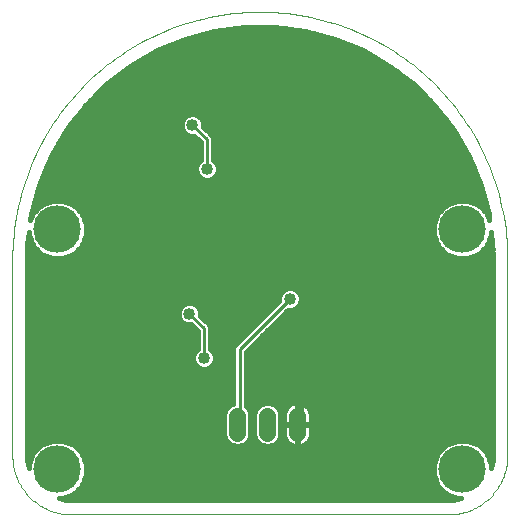
<source format=gbl>
G75*
%MOIN*%
%OFA0B0*%
%FSLAX25Y25*%
%IPPOS*%
%LPD*%
%AMOC8*
5,1,8,0,0,1.08239X$1,22.5*
%
%ADD10C,0.05543*%
%ADD11C,0.00000*%
%ADD12C,0.15811*%
%ADD13C,0.01000*%
%ADD14C,0.04000*%
%ADD15C,0.01600*%
D10*
X0079800Y0051234D02*
X0079800Y0056778D01*
X0089800Y0056778D02*
X0089800Y0051234D01*
X0099800Y0051234D02*
X0099800Y0056778D01*
D11*
X0150115Y0024006D02*
X0024485Y0024006D01*
X0024009Y0024012D01*
X0023534Y0024029D01*
X0023059Y0024058D01*
X0022585Y0024098D01*
X0022112Y0024150D01*
X0021641Y0024213D01*
X0021171Y0024287D01*
X0020703Y0024373D01*
X0020237Y0024470D01*
X0019774Y0024578D01*
X0019314Y0024697D01*
X0018856Y0024828D01*
X0018402Y0024969D01*
X0017951Y0025122D01*
X0017505Y0025285D01*
X0017062Y0025459D01*
X0016624Y0025644D01*
X0016190Y0025839D01*
X0015761Y0026045D01*
X0015337Y0026261D01*
X0014918Y0026487D01*
X0014505Y0026723D01*
X0014098Y0026969D01*
X0013697Y0027225D01*
X0013303Y0027491D01*
X0012914Y0027766D01*
X0012533Y0028050D01*
X0012159Y0028343D01*
X0011791Y0028645D01*
X0011431Y0028957D01*
X0011079Y0029276D01*
X0010735Y0029604D01*
X0010398Y0029941D01*
X0010070Y0030285D01*
X0009751Y0030637D01*
X0009439Y0030997D01*
X0009137Y0031365D01*
X0008844Y0031739D01*
X0008560Y0032120D01*
X0008285Y0032509D01*
X0008019Y0032903D01*
X0007763Y0033304D01*
X0007517Y0033711D01*
X0007281Y0034124D01*
X0007055Y0034543D01*
X0006839Y0034967D01*
X0006633Y0035396D01*
X0006438Y0035830D01*
X0006253Y0036268D01*
X0006079Y0036711D01*
X0005916Y0037157D01*
X0005763Y0037608D01*
X0005622Y0038062D01*
X0005491Y0038520D01*
X0005372Y0038980D01*
X0005264Y0039443D01*
X0005167Y0039909D01*
X0005081Y0040377D01*
X0005007Y0040847D01*
X0004944Y0041318D01*
X0004892Y0041791D01*
X0004852Y0042265D01*
X0004823Y0042740D01*
X0004806Y0043215D01*
X0004800Y0043691D01*
X0004800Y0109006D01*
X0004824Y0111015D01*
X0004898Y0113023D01*
X0005020Y0115028D01*
X0005191Y0117030D01*
X0005411Y0119027D01*
X0005679Y0121018D01*
X0005996Y0123002D01*
X0006361Y0124978D01*
X0006774Y0126944D01*
X0007234Y0128900D01*
X0007743Y0130843D01*
X0008298Y0132774D01*
X0008900Y0134691D01*
X0009549Y0136592D01*
X0010244Y0138478D01*
X0010984Y0140345D01*
X0011770Y0142194D01*
X0012601Y0144024D01*
X0013475Y0145832D01*
X0014394Y0147619D01*
X0015356Y0149383D01*
X0016360Y0151123D01*
X0017407Y0152838D01*
X0018495Y0154527D01*
X0019624Y0156189D01*
X0020793Y0157823D01*
X0022002Y0159428D01*
X0023249Y0161003D01*
X0024534Y0162547D01*
X0025856Y0164060D01*
X0027215Y0165540D01*
X0028610Y0166986D01*
X0030039Y0168398D01*
X0031502Y0169775D01*
X0032998Y0171116D01*
X0034527Y0172419D01*
X0036087Y0173686D01*
X0037677Y0174914D01*
X0039297Y0176102D01*
X0040945Y0177251D01*
X0042620Y0178360D01*
X0044322Y0179427D01*
X0046050Y0180453D01*
X0047802Y0181436D01*
X0049578Y0182377D01*
X0051375Y0183274D01*
X0053194Y0184126D01*
X0055034Y0184935D01*
X0056892Y0185698D01*
X0058769Y0186415D01*
X0060662Y0187087D01*
X0062572Y0187713D01*
X0064496Y0188292D01*
X0066433Y0188823D01*
X0068383Y0189308D01*
X0070344Y0189745D01*
X0072315Y0190134D01*
X0074295Y0190475D01*
X0076283Y0190767D01*
X0078277Y0191011D01*
X0080276Y0191206D01*
X0082280Y0191353D01*
X0084287Y0191451D01*
X0086295Y0191500D01*
X0088305Y0191500D01*
X0090313Y0191451D01*
X0092320Y0191353D01*
X0094324Y0191206D01*
X0096323Y0191011D01*
X0098317Y0190767D01*
X0100305Y0190475D01*
X0102285Y0190134D01*
X0104256Y0189745D01*
X0106217Y0189308D01*
X0108167Y0188823D01*
X0110104Y0188292D01*
X0112028Y0187713D01*
X0113938Y0187087D01*
X0115831Y0186415D01*
X0117708Y0185698D01*
X0119566Y0184935D01*
X0121406Y0184126D01*
X0123225Y0183274D01*
X0125022Y0182377D01*
X0126798Y0181436D01*
X0128550Y0180453D01*
X0130278Y0179427D01*
X0131980Y0178360D01*
X0133655Y0177251D01*
X0135303Y0176102D01*
X0136923Y0174914D01*
X0138513Y0173686D01*
X0140073Y0172419D01*
X0141602Y0171116D01*
X0143098Y0169775D01*
X0144561Y0168398D01*
X0145990Y0166986D01*
X0147385Y0165540D01*
X0148744Y0164060D01*
X0150066Y0162547D01*
X0151351Y0161003D01*
X0152598Y0159428D01*
X0153807Y0157823D01*
X0154976Y0156189D01*
X0156105Y0154527D01*
X0157193Y0152838D01*
X0158240Y0151123D01*
X0159244Y0149383D01*
X0160206Y0147619D01*
X0161125Y0145832D01*
X0161999Y0144024D01*
X0162830Y0142194D01*
X0163616Y0140345D01*
X0164356Y0138478D01*
X0165051Y0136592D01*
X0165700Y0134691D01*
X0166302Y0132774D01*
X0166857Y0130843D01*
X0167366Y0128900D01*
X0167826Y0126944D01*
X0168239Y0124978D01*
X0168604Y0123002D01*
X0168921Y0121018D01*
X0169189Y0119027D01*
X0169409Y0117030D01*
X0169580Y0115028D01*
X0169702Y0113023D01*
X0169776Y0111015D01*
X0169800Y0109006D01*
X0169800Y0043691D01*
X0169794Y0043215D01*
X0169777Y0042740D01*
X0169748Y0042265D01*
X0169708Y0041791D01*
X0169656Y0041318D01*
X0169593Y0040847D01*
X0169519Y0040377D01*
X0169433Y0039909D01*
X0169336Y0039443D01*
X0169228Y0038980D01*
X0169109Y0038520D01*
X0168978Y0038062D01*
X0168837Y0037608D01*
X0168684Y0037157D01*
X0168521Y0036711D01*
X0168347Y0036268D01*
X0168162Y0035830D01*
X0167967Y0035396D01*
X0167761Y0034967D01*
X0167545Y0034543D01*
X0167319Y0034124D01*
X0167083Y0033711D01*
X0166837Y0033304D01*
X0166581Y0032903D01*
X0166315Y0032509D01*
X0166040Y0032120D01*
X0165756Y0031739D01*
X0165463Y0031365D01*
X0165161Y0030997D01*
X0164849Y0030637D01*
X0164530Y0030285D01*
X0164202Y0029941D01*
X0163865Y0029604D01*
X0163521Y0029276D01*
X0163169Y0028957D01*
X0162809Y0028645D01*
X0162441Y0028343D01*
X0162067Y0028050D01*
X0161686Y0027766D01*
X0161297Y0027491D01*
X0160903Y0027225D01*
X0160502Y0026969D01*
X0160095Y0026723D01*
X0159682Y0026487D01*
X0159263Y0026261D01*
X0158839Y0026045D01*
X0158410Y0025839D01*
X0157976Y0025644D01*
X0157538Y0025459D01*
X0157095Y0025285D01*
X0156649Y0025122D01*
X0156198Y0024969D01*
X0155744Y0024828D01*
X0155286Y0024697D01*
X0154826Y0024578D01*
X0154363Y0024470D01*
X0153897Y0024373D01*
X0153429Y0024287D01*
X0152959Y0024213D01*
X0152488Y0024150D01*
X0152015Y0024098D01*
X0151541Y0024058D01*
X0151066Y0024029D01*
X0150591Y0024012D01*
X0150115Y0024006D01*
D12*
X0154800Y0039006D03*
X0154800Y0119006D03*
X0019800Y0119006D03*
X0019800Y0039006D03*
D13*
X0068729Y0085998D02*
X0063808Y0090919D01*
X0068729Y0085998D02*
X0068729Y0076156D01*
X0080540Y0079108D02*
X0080540Y0054502D01*
X0079800Y0054006D01*
X0099800Y0054006D02*
X0100225Y0054502D01*
X0101209Y0055486D01*
X0101209Y0078124D01*
X0101209Y0109620D01*
X0102194Y0109620D01*
X0101209Y0109620D02*
X0101209Y0138163D01*
X0102194Y0139148D01*
X0069713Y0139148D02*
X0069713Y0148990D01*
X0064792Y0153911D01*
X0097272Y0095841D02*
X0080540Y0079108D01*
D14*
X0068729Y0076156D03*
X0063808Y0090919D03*
X0097272Y0095841D03*
X0102194Y0109620D03*
X0102194Y0139148D03*
X0069713Y0139148D03*
X0064792Y0153911D03*
X0101209Y0078124D03*
D15*
X0091348Y0086946D02*
X0165000Y0086946D01*
X0165000Y0085348D02*
X0089750Y0085348D01*
X0088151Y0083749D02*
X0165000Y0083749D01*
X0165000Y0082151D02*
X0086553Y0082151D01*
X0084954Y0080552D02*
X0165000Y0080552D01*
X0165000Y0078954D02*
X0083356Y0078954D01*
X0082640Y0078238D02*
X0096642Y0092241D01*
X0097989Y0092241D01*
X0099312Y0092789D01*
X0100324Y0093801D01*
X0100872Y0095124D01*
X0100872Y0096557D01*
X0100324Y0097880D01*
X0099312Y0098892D01*
X0097989Y0099441D01*
X0096556Y0099441D01*
X0095233Y0098892D01*
X0094221Y0097880D01*
X0093672Y0096557D01*
X0093672Y0095210D01*
X0079670Y0081208D01*
X0078440Y0079978D01*
X0078440Y0060946D01*
X0077324Y0060484D01*
X0076094Y0059254D01*
X0075428Y0057647D01*
X0075428Y0050365D01*
X0076094Y0048758D01*
X0077324Y0047528D01*
X0078930Y0046863D01*
X0080670Y0046863D01*
X0082276Y0047528D01*
X0083506Y0048758D01*
X0084172Y0050365D01*
X0084172Y0057647D01*
X0083506Y0059254D01*
X0082640Y0060120D01*
X0082640Y0078238D01*
X0082640Y0077355D02*
X0165000Y0077355D01*
X0165000Y0075757D02*
X0082640Y0075757D01*
X0082640Y0074158D02*
X0165000Y0074158D01*
X0165000Y0072560D02*
X0082640Y0072560D01*
X0082640Y0070961D02*
X0165000Y0070961D01*
X0165000Y0069363D02*
X0082640Y0069363D01*
X0082640Y0067764D02*
X0165000Y0067764D01*
X0165000Y0066166D02*
X0082640Y0066166D01*
X0082640Y0064567D02*
X0165000Y0064567D01*
X0165000Y0062969D02*
X0082640Y0062969D01*
X0082640Y0061370D02*
X0165000Y0061370D01*
X0165000Y0059772D02*
X0103271Y0059772D01*
X0103287Y0059756D02*
X0102778Y0060265D01*
X0102196Y0060688D01*
X0101555Y0061014D01*
X0100871Y0061237D01*
X0100160Y0061349D01*
X0099886Y0061349D01*
X0099886Y0054092D01*
X0099714Y0054092D01*
X0099714Y0061349D01*
X0099440Y0061349D01*
X0098729Y0061237D01*
X0098045Y0061014D01*
X0097404Y0060688D01*
X0096822Y0060265D01*
X0096313Y0059756D01*
X0095890Y0059174D01*
X0095563Y0058532D01*
X0095341Y0057848D01*
X0095228Y0057137D01*
X0095228Y0054092D01*
X0099714Y0054092D01*
X0099714Y0053920D01*
X0095228Y0053920D01*
X0095228Y0050874D01*
X0095341Y0050164D01*
X0095563Y0049479D01*
X0095890Y0048838D01*
X0096313Y0048256D01*
X0096822Y0047747D01*
X0097404Y0047324D01*
X0098045Y0046998D01*
X0098729Y0046775D01*
X0099440Y0046663D01*
X0099714Y0046663D01*
X0099714Y0053920D01*
X0099886Y0053920D01*
X0099886Y0054092D01*
X0104372Y0054092D01*
X0104372Y0057137D01*
X0104259Y0057848D01*
X0104037Y0058532D01*
X0103710Y0059174D01*
X0103287Y0059756D01*
X0104153Y0058173D02*
X0165000Y0058173D01*
X0165000Y0056575D02*
X0104372Y0056575D01*
X0104372Y0054976D02*
X0165000Y0054976D01*
X0165000Y0053378D02*
X0104372Y0053378D01*
X0104372Y0053920D02*
X0099886Y0053920D01*
X0099886Y0046663D01*
X0100160Y0046663D01*
X0100871Y0046775D01*
X0101555Y0046998D01*
X0102196Y0047324D01*
X0102778Y0047747D01*
X0103287Y0048256D01*
X0103710Y0048838D01*
X0104037Y0049479D01*
X0104259Y0050164D01*
X0104372Y0050874D01*
X0104372Y0053920D01*
X0104372Y0051779D02*
X0165000Y0051779D01*
X0165000Y0050181D02*
X0104262Y0050181D01*
X0103524Y0048582D02*
X0165000Y0048582D01*
X0165000Y0046984D02*
X0160265Y0046984D01*
X0160184Y0047064D02*
X0156691Y0048511D01*
X0152909Y0048511D01*
X0149416Y0047064D01*
X0146742Y0044390D01*
X0145294Y0040897D01*
X0145294Y0037115D01*
X0146742Y0033621D01*
X0149416Y0030948D01*
X0152909Y0029500D01*
X0154414Y0029500D01*
X0151782Y0028899D01*
X0150115Y0028806D01*
X0024485Y0028806D01*
X0022818Y0028899D01*
X0020186Y0029500D01*
X0021691Y0029500D01*
X0025184Y0030948D01*
X0027858Y0033621D01*
X0029305Y0037115D01*
X0029305Y0040897D01*
X0027858Y0044390D01*
X0025184Y0047064D01*
X0021691Y0048511D01*
X0017909Y0048511D01*
X0014416Y0047064D01*
X0011742Y0044390D01*
X0010294Y0040897D01*
X0010294Y0039392D01*
X0009694Y0042024D01*
X0009600Y0043691D01*
X0009600Y0109006D01*
X0009766Y0114088D01*
X0010294Y0118099D01*
X0010294Y0117115D01*
X0011742Y0113621D01*
X0014416Y0110948D01*
X0017909Y0109500D01*
X0021691Y0109500D01*
X0025184Y0110948D01*
X0027858Y0113621D01*
X0029305Y0117115D01*
X0029305Y0120897D01*
X0027858Y0124390D01*
X0025184Y0127064D01*
X0021691Y0128511D01*
X0017909Y0128511D01*
X0014416Y0127064D01*
X0011742Y0124390D01*
X0010834Y0122200D01*
X0011093Y0124164D01*
X0013724Y0133982D01*
X0017613Y0143372D01*
X0022695Y0152174D01*
X0028882Y0160237D01*
X0036069Y0167424D01*
X0044132Y0173611D01*
X0052934Y0178693D01*
X0062324Y0182582D01*
X0072141Y0185213D01*
X0082218Y0186540D01*
X0092382Y0186540D01*
X0102459Y0185213D01*
X0112276Y0182582D01*
X0121666Y0178693D01*
X0130468Y0173611D01*
X0138531Y0167424D01*
X0145718Y0160237D01*
X0151905Y0152174D01*
X0156987Y0143372D01*
X0160876Y0133982D01*
X0163507Y0124164D01*
X0163766Y0122200D01*
X0162858Y0124390D01*
X0160184Y0127064D01*
X0156691Y0128511D01*
X0152909Y0128511D01*
X0149416Y0127064D01*
X0146742Y0124390D01*
X0145294Y0120897D01*
X0145294Y0117115D01*
X0146742Y0113621D01*
X0149416Y0110948D01*
X0152909Y0109500D01*
X0156691Y0109500D01*
X0160184Y0110948D01*
X0162858Y0113621D01*
X0164305Y0117115D01*
X0164305Y0118099D01*
X0164834Y0114088D01*
X0165000Y0109006D01*
X0165000Y0043691D01*
X0164906Y0042024D01*
X0164305Y0039392D01*
X0164305Y0040897D01*
X0162858Y0044390D01*
X0160184Y0047064D01*
X0161864Y0045385D02*
X0165000Y0045385D01*
X0165000Y0043787D02*
X0163108Y0043787D01*
X0163771Y0042188D02*
X0164916Y0042188D01*
X0164579Y0040590D02*
X0164305Y0040590D01*
X0153974Y0029400D02*
X0020626Y0029400D01*
X0025235Y0030998D02*
X0149365Y0030998D01*
X0147766Y0032597D02*
X0026834Y0032597D01*
X0028096Y0034195D02*
X0146504Y0034195D01*
X0145842Y0035794D02*
X0028758Y0035794D01*
X0029305Y0037393D02*
X0145294Y0037393D01*
X0145294Y0038991D02*
X0029305Y0038991D01*
X0029305Y0040590D02*
X0145294Y0040590D01*
X0145829Y0042188D02*
X0028771Y0042188D01*
X0028108Y0043787D02*
X0146492Y0043787D01*
X0147736Y0045385D02*
X0026864Y0045385D01*
X0025265Y0046984D02*
X0078638Y0046984D01*
X0080962Y0046984D02*
X0088638Y0046984D01*
X0088930Y0046863D02*
X0090670Y0046863D01*
X0092276Y0047528D01*
X0093506Y0048758D01*
X0094172Y0050365D01*
X0094172Y0057647D01*
X0093506Y0059254D01*
X0092276Y0060484D01*
X0090670Y0061149D01*
X0088930Y0061149D01*
X0087324Y0060484D01*
X0086094Y0059254D01*
X0085428Y0057647D01*
X0085428Y0050365D01*
X0086094Y0048758D01*
X0087324Y0047528D01*
X0088930Y0046863D01*
X0090962Y0046984D02*
X0098088Y0046984D01*
X0099714Y0046984D02*
X0099886Y0046984D01*
X0099886Y0048582D02*
X0099714Y0048582D01*
X0099714Y0050181D02*
X0099886Y0050181D01*
X0099886Y0051779D02*
X0099714Y0051779D01*
X0099714Y0053378D02*
X0099886Y0053378D01*
X0099886Y0054976D02*
X0099714Y0054976D01*
X0099714Y0056575D02*
X0099886Y0056575D01*
X0099886Y0058173D02*
X0099714Y0058173D01*
X0099714Y0059772D02*
X0099886Y0059772D01*
X0096329Y0059772D02*
X0092988Y0059772D01*
X0093954Y0058173D02*
X0095447Y0058173D01*
X0095228Y0056575D02*
X0094172Y0056575D01*
X0094172Y0054976D02*
X0095228Y0054976D01*
X0095228Y0053378D02*
X0094172Y0053378D01*
X0094172Y0051779D02*
X0095228Y0051779D01*
X0095338Y0050181D02*
X0094095Y0050181D01*
X0093330Y0048582D02*
X0096076Y0048582D01*
X0101512Y0046984D02*
X0149335Y0046984D01*
X0165000Y0088545D02*
X0092947Y0088545D01*
X0094545Y0090143D02*
X0165000Y0090143D01*
X0165000Y0091742D02*
X0096144Y0091742D01*
X0099863Y0093340D02*
X0165000Y0093340D01*
X0165000Y0094939D02*
X0100796Y0094939D01*
X0100872Y0096537D02*
X0165000Y0096537D01*
X0165000Y0098136D02*
X0100068Y0098136D01*
X0094477Y0098136D02*
X0009600Y0098136D01*
X0009600Y0099734D02*
X0165000Y0099734D01*
X0165000Y0101333D02*
X0009600Y0101333D01*
X0009600Y0102931D02*
X0165000Y0102931D01*
X0165000Y0104530D02*
X0009600Y0104530D01*
X0009600Y0106128D02*
X0165000Y0106128D01*
X0165000Y0107727D02*
X0009600Y0107727D01*
X0009610Y0109326D02*
X0164990Y0109326D01*
X0164937Y0110924D02*
X0160128Y0110924D01*
X0161759Y0112523D02*
X0164885Y0112523D01*
X0164829Y0114121D02*
X0163065Y0114121D01*
X0163727Y0115720D02*
X0164619Y0115720D01*
X0164408Y0117318D02*
X0164305Y0117318D01*
X0163567Y0123712D02*
X0163139Y0123712D01*
X0163200Y0125311D02*
X0161938Y0125311D01*
X0162772Y0126909D02*
X0160340Y0126909D01*
X0162343Y0128508D02*
X0156700Y0128508D01*
X0152900Y0128508D02*
X0021700Y0128508D01*
X0017900Y0128508D02*
X0012257Y0128508D01*
X0012685Y0130106D02*
X0161915Y0130106D01*
X0161487Y0131705D02*
X0013113Y0131705D01*
X0013542Y0133303D02*
X0161058Y0133303D01*
X0160495Y0134902D02*
X0014105Y0134902D01*
X0014767Y0136500D02*
X0067270Y0136500D01*
X0067674Y0136096D02*
X0068997Y0135548D01*
X0070429Y0135548D01*
X0071753Y0136096D01*
X0072765Y0137108D01*
X0073313Y0138432D01*
X0073313Y0139864D01*
X0072765Y0141187D01*
X0071813Y0142139D01*
X0071813Y0149860D01*
X0070583Y0151090D01*
X0068392Y0153281D01*
X0068392Y0154627D01*
X0067844Y0155951D01*
X0066831Y0156963D01*
X0065508Y0157511D01*
X0064076Y0157511D01*
X0062753Y0156963D01*
X0061740Y0155951D01*
X0061192Y0154627D01*
X0061192Y0153195D01*
X0061740Y0151872D01*
X0062753Y0150859D01*
X0064076Y0150311D01*
X0065422Y0150311D01*
X0067613Y0148120D01*
X0067613Y0142139D01*
X0066661Y0141187D01*
X0066113Y0139864D01*
X0066113Y0138432D01*
X0066661Y0137108D01*
X0067674Y0136096D01*
X0066251Y0138099D02*
X0015429Y0138099D01*
X0016091Y0139697D02*
X0066113Y0139697D01*
X0066770Y0141296D02*
X0016753Y0141296D01*
X0017415Y0142894D02*
X0067613Y0142894D01*
X0067613Y0144493D02*
X0018260Y0144493D01*
X0019183Y0146091D02*
X0067613Y0146091D01*
X0067613Y0147690D02*
X0020106Y0147690D01*
X0021029Y0149288D02*
X0066445Y0149288D01*
X0069188Y0152485D02*
X0151666Y0152485D01*
X0152648Y0150887D02*
X0070787Y0150887D01*
X0071813Y0149288D02*
X0153571Y0149288D01*
X0154494Y0147690D02*
X0071813Y0147690D01*
X0071813Y0146091D02*
X0155417Y0146091D01*
X0156340Y0144493D02*
X0071813Y0144493D01*
X0071813Y0142894D02*
X0157185Y0142894D01*
X0157847Y0141296D02*
X0072656Y0141296D01*
X0073313Y0139697D02*
X0158509Y0139697D01*
X0159171Y0138099D02*
X0073176Y0138099D01*
X0072157Y0136500D02*
X0159833Y0136500D01*
X0149260Y0126909D02*
X0025340Y0126909D01*
X0026938Y0125311D02*
X0147662Y0125311D01*
X0146461Y0123712D02*
X0028139Y0123712D01*
X0028801Y0122114D02*
X0145799Y0122114D01*
X0145294Y0120515D02*
X0029305Y0120515D01*
X0029305Y0118917D02*
X0145294Y0118917D01*
X0145294Y0117318D02*
X0029305Y0117318D01*
X0028727Y0115720D02*
X0145873Y0115720D01*
X0146535Y0114121D02*
X0028065Y0114121D01*
X0026759Y0112523D02*
X0147841Y0112523D01*
X0149472Y0110924D02*
X0025128Y0110924D01*
X0014472Y0110924D02*
X0009663Y0110924D01*
X0009715Y0112523D02*
X0012841Y0112523D01*
X0011535Y0114121D02*
X0009771Y0114121D01*
X0009981Y0115720D02*
X0010873Y0115720D01*
X0010294Y0117318D02*
X0010192Y0117318D01*
X0011033Y0123712D02*
X0011461Y0123712D01*
X0011400Y0125311D02*
X0012662Y0125311D01*
X0011828Y0126909D02*
X0014260Y0126909D01*
X0021952Y0150887D02*
X0062726Y0150887D01*
X0061486Y0152485D02*
X0022934Y0152485D01*
X0024160Y0154084D02*
X0061192Y0154084D01*
X0061629Y0155682D02*
X0025387Y0155682D01*
X0026614Y0157281D02*
X0063519Y0157281D01*
X0066065Y0157281D02*
X0147986Y0157281D01*
X0146760Y0158879D02*
X0027840Y0158879D01*
X0029123Y0160478D02*
X0145477Y0160478D01*
X0145718Y0160237D02*
X0145718Y0160237D01*
X0143879Y0162076D02*
X0030721Y0162076D01*
X0032320Y0163675D02*
X0142280Y0163675D01*
X0140682Y0165273D02*
X0033918Y0165273D01*
X0035517Y0166872D02*
X0139083Y0166872D01*
X0137167Y0168470D02*
X0037433Y0168470D01*
X0039516Y0170069D02*
X0135084Y0170069D01*
X0133001Y0171667D02*
X0041599Y0171667D01*
X0043682Y0173266D02*
X0130918Y0173266D01*
X0128297Y0174864D02*
X0046303Y0174864D01*
X0049072Y0176463D02*
X0125528Y0176463D01*
X0122759Y0178062D02*
X0051841Y0178062D01*
X0055269Y0179660D02*
X0119331Y0179660D01*
X0115472Y0181259D02*
X0059128Y0181259D01*
X0063349Y0182857D02*
X0111251Y0182857D01*
X0105285Y0184456D02*
X0069315Y0184456D01*
X0078531Y0186054D02*
X0096069Y0186054D01*
X0067955Y0155682D02*
X0149213Y0155682D01*
X0150439Y0154084D02*
X0068392Y0154084D01*
X0093672Y0096537D02*
X0009600Y0096537D01*
X0009600Y0094939D02*
X0093401Y0094939D01*
X0091802Y0093340D02*
X0066478Y0093340D01*
X0066860Y0092959D02*
X0065847Y0093971D01*
X0064524Y0094519D01*
X0063092Y0094519D01*
X0061769Y0093971D01*
X0060756Y0092959D01*
X0060208Y0091635D01*
X0060208Y0090203D01*
X0060756Y0088880D01*
X0061769Y0087867D01*
X0063092Y0087319D01*
X0064438Y0087319D01*
X0066629Y0085128D01*
X0066629Y0079147D01*
X0065677Y0078195D01*
X0065129Y0076872D01*
X0065129Y0075439D01*
X0065677Y0074116D01*
X0066690Y0073104D01*
X0068013Y0072556D01*
X0069445Y0072556D01*
X0070768Y0073104D01*
X0071781Y0074116D01*
X0072329Y0075439D01*
X0072329Y0076872D01*
X0071781Y0078195D01*
X0070829Y0079147D01*
X0070829Y0086868D01*
X0069599Y0088098D01*
X0067408Y0090289D01*
X0067408Y0091635D01*
X0066860Y0092959D01*
X0067364Y0091742D02*
X0090204Y0091742D01*
X0088605Y0090143D02*
X0067554Y0090143D01*
X0069152Y0088545D02*
X0087007Y0088545D01*
X0085408Y0086946D02*
X0070751Y0086946D01*
X0070829Y0085348D02*
X0083810Y0085348D01*
X0082211Y0083749D02*
X0070829Y0083749D01*
X0070829Y0082151D02*
X0080613Y0082151D01*
X0079014Y0080552D02*
X0070829Y0080552D01*
X0071022Y0078954D02*
X0078440Y0078954D01*
X0078440Y0077355D02*
X0072129Y0077355D01*
X0072329Y0075757D02*
X0078440Y0075757D01*
X0078440Y0074158D02*
X0071798Y0074158D01*
X0069455Y0072560D02*
X0078440Y0072560D01*
X0078440Y0070961D02*
X0009600Y0070961D01*
X0009600Y0069363D02*
X0078440Y0069363D01*
X0078440Y0067764D02*
X0009600Y0067764D01*
X0009600Y0066166D02*
X0078440Y0066166D01*
X0078440Y0064567D02*
X0009600Y0064567D01*
X0009600Y0062969D02*
X0078440Y0062969D01*
X0078440Y0061370D02*
X0009600Y0061370D01*
X0009600Y0059772D02*
X0076612Y0059772D01*
X0075646Y0058173D02*
X0009600Y0058173D01*
X0009600Y0056575D02*
X0075428Y0056575D01*
X0075428Y0054976D02*
X0009600Y0054976D01*
X0009600Y0053378D02*
X0075428Y0053378D01*
X0075428Y0051779D02*
X0009600Y0051779D01*
X0009600Y0050181D02*
X0075505Y0050181D01*
X0076270Y0048582D02*
X0009600Y0048582D01*
X0009600Y0046984D02*
X0014335Y0046984D01*
X0012736Y0045385D02*
X0009600Y0045385D01*
X0009600Y0043787D02*
X0011492Y0043787D01*
X0010829Y0042188D02*
X0009684Y0042188D01*
X0010021Y0040590D02*
X0010294Y0040590D01*
X0009600Y0072560D02*
X0068003Y0072560D01*
X0065660Y0074158D02*
X0009600Y0074158D01*
X0009600Y0075757D02*
X0065129Y0075757D01*
X0065329Y0077355D02*
X0009600Y0077355D01*
X0009600Y0078954D02*
X0066436Y0078954D01*
X0066629Y0080552D02*
X0009600Y0080552D01*
X0009600Y0082151D02*
X0066629Y0082151D01*
X0066629Y0083749D02*
X0009600Y0083749D01*
X0009600Y0085348D02*
X0066409Y0085348D01*
X0064811Y0086946D02*
X0009600Y0086946D01*
X0009600Y0088545D02*
X0061091Y0088545D01*
X0060233Y0090143D02*
X0009600Y0090143D01*
X0009600Y0091742D02*
X0060252Y0091742D01*
X0061138Y0093340D02*
X0009600Y0093340D01*
X0082988Y0059772D02*
X0086612Y0059772D01*
X0085646Y0058173D02*
X0083954Y0058173D01*
X0084172Y0056575D02*
X0085428Y0056575D01*
X0085428Y0054976D02*
X0084172Y0054976D01*
X0084172Y0053378D02*
X0085428Y0053378D01*
X0085428Y0051779D02*
X0084172Y0051779D01*
X0084095Y0050181D02*
X0085505Y0050181D01*
X0086270Y0048582D02*
X0083330Y0048582D01*
M02*

</source>
